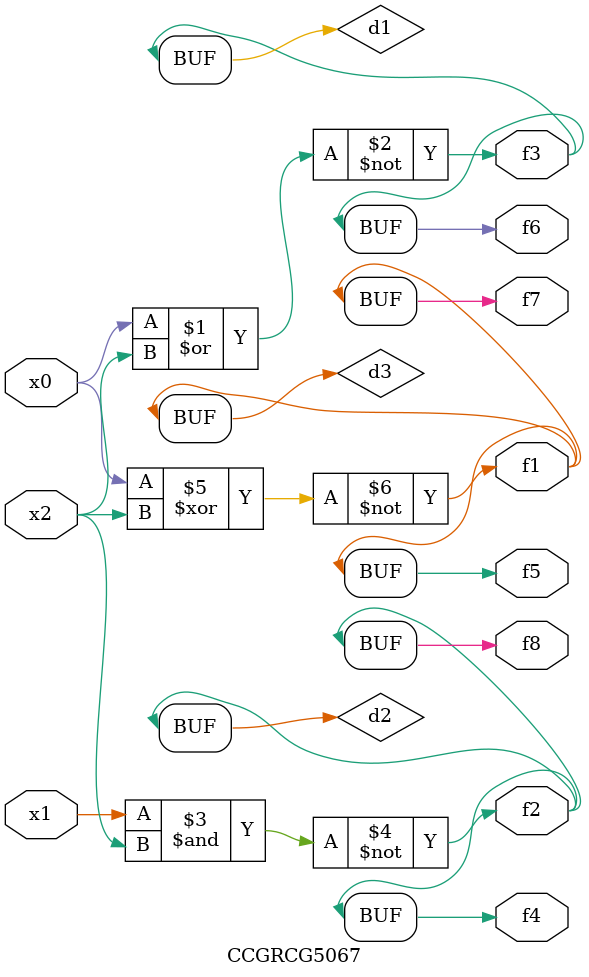
<source format=v>
module CCGRCG5067(
	input x0, x1, x2,
	output f1, f2, f3, f4, f5, f6, f7, f8
);

	wire d1, d2, d3;

	nor (d1, x0, x2);
	nand (d2, x1, x2);
	xnor (d3, x0, x2);
	assign f1 = d3;
	assign f2 = d2;
	assign f3 = d1;
	assign f4 = d2;
	assign f5 = d3;
	assign f6 = d1;
	assign f7 = d3;
	assign f8 = d2;
endmodule

</source>
